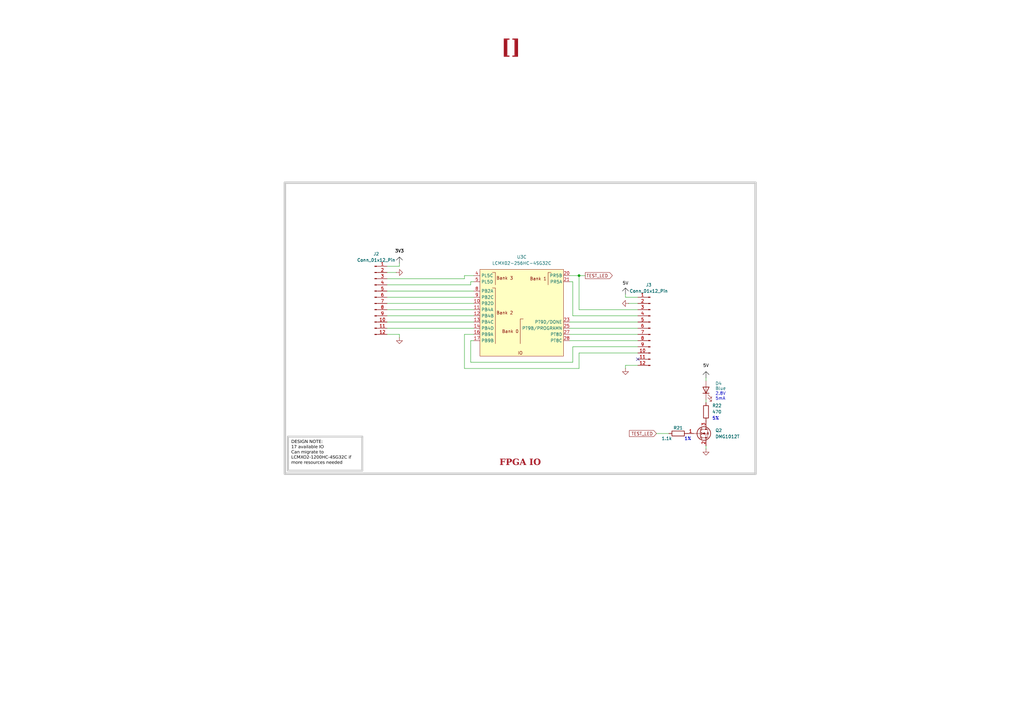
<source format=kicad_sch>
(kicad_sch (version 20250114) (generator "eeschema") (generator_version "9.0")
  (paper "A3")
  (title_block (title "Sheet Title A") (date "Last Modified Date") (rev "${REVISION}") (company "${COMPANY}"))
  (lib_symbols
    (symbol "0_FPGA:LCMX02-256HC-4SG32C"
      (property "Reference" "U" (at 10.668 16.51 0))
      (property "Value" "LCMX02-256HC-4SG32C" (at 0.254 -24.13 0))
      (symbol "LCMX02-256HC-4SG32C_1_1"
        (rectangle (start -10.16 15.24) (end 11.43 -22.86) (fill (type background)))
        (polyline (pts (xy -2.54 7.62) (xy -1.27 7.62) (xy -1.27 -11.43)))
        (text "Power" (at 0 -21.59 0) (effects (font (size 1.27 1.27))))
        (text "Bank VCCIO" (at 4.826 -1.27 0) (effects (font (size 1.27 1.27))))
        (pin power_in line (at -13.97 12.7 0) (length 3.81) (name "VCC") (number "2"))
        (pin power_in line (at -13.97 10.16 0) (length 3.81) (name "VCC") (number "18"))
        (pin power_in line (at -13.97 6.35 0) (length 3.81) (name "VCCIO3") (number "6"))
        (pin power_in line (at -13.97 2.54 0) (length 3.81) (name "VCCIO2") (number "7"))
        (pin power_in line (at -13.97 0 0) (length 3.81) (name "VCCIO2") (number "15"))
        (pin power_in line (at -13.97 -3.81 0) (length 3.81) (name "VCCIO1") (number "19"))
        (pin power_in line (at -13.97 -7.62 0) (length 3.81) (name "VCCIO0") (number "24"))
        (pin power_in line (at -13.97 -10.16 0) (length 3.81) (name "VCCIO0") (number "31"))
        (pin power_in line (at -13.97 -13.97 0) (length 3.81) (name "GND") (number "3"))
        (pin power_in line (at -13.97 -16.51 0) (length 3.81) (name "GND") (number "22"))
        (pin power_in line (at -13.97 -19.05 0) (length 3.81) (name "GND") (number "EP"))
      )
      (symbol "LCMX02-256HC-4SG32C_2_1"
        (rectangle (start -10.16 13.97) (end 11.43 -11.43) (fill (type background)))
        (text "JTAG Interface" (at 0.254 -9.906 0) (effects (font (size 1.27 1.27))))
        (text "Bank 0" (at 0.508 11.938 0) (effects (font (size 1.27 1.27))))
        (pin input line (at -12.7 7.62 0) (length 2.54) (name "JTAGENB/PT9A") (number "26"))
        (pin input line (at -12.7 3.81 0) (length 2.54) (name "TCK/PT7A") (number "30"))
        (pin input line (at -12.7 1.27 0) (length 2.54) (name "TDI/PT6D") (number "32"))
        (pin input line (at -12.7 -1.27 0) (length 2.54) (name "TMS/PT7B") (number "29"))
        (pin output line (at -12.7 -5.08 0) (length 2.54) (name "TDO/PT6C") (number "1"))
      )
      (symbol "LCMX02-256HC-4SG32C_3_1"
        (rectangle (start -16.51 17.78) (end 17.78 -17.78) (fill (type background)))
        (polyline (pts (xy -11.43 16.51) (xy -10.16 16.51) (xy -10.16 11.43)))
        (polyline (pts (xy -11.43 10.16) (xy -10.16 10.16) (xy -10.16 -12.7)))
        (polyline (pts (xy 1.27 -2.54) (xy 0 -2.54) (xy 0 -12.7)))
        (polyline (pts (xy 12.7 16.51) (xy 11.43 16.51) (xy 11.43 11.43)))
        (text "Bank 3" (at -6.35 14.224 0) (effects (font (size 1.27 1.27))))
        (text "Bank 2" (at -6.35 0 0) (effects (font (size 1.27 1.27))))
        (text "Bank 0" (at -4.064 -7.62 0) (effects (font (size 1.27 1.27))))
        (text "IO" (at 0 -16.51 0) (effects (font (size 1.27 1.27))))
        (text "Bank 1" (at 7.366 13.97 0) (effects (font (size 1.27 1.27))))
        (pin bidirectional line (at -19.05 15.24 0) (length 2.54) (name "PL5C") (number "4"))
        (pin bidirectional line (at -19.05 12.7 0) (length 2.54) (name "PL5D") (number "5"))
        (pin bidirectional line (at -19.05 8.89 0) (length 2.54) (name "PB2A") (number "8"))
        (pin bidirectional line (at -19.05 6.35 0) (length 2.54) (name "PB2C") (number "9"))
        (pin bidirectional line (at -19.05 3.81 0) (length 2.54) (name "PB2D") (number "10"))
        (pin bidirectional line (at -19.05 1.27 0) (length 2.54) (name "PB4A") (number "11"))
        (pin bidirectional line (at -19.05 -1.27 0) (length 2.54) (name "PB4B") (number "12"))
        (pin bidirectional line (at -19.05 -3.81 0) (length 2.54) (name "PB4C") (number "13"))
        (pin bidirectional line (at -19.05 -6.35 0) (length 2.54) (name "PB4D") (number "14"))
        (pin bidirectional line (at -19.05 -8.89 0) (length 2.54) (name "PB9A") (number "16"))
        (pin bidirectional line (at -19.05 -11.43 0) (length 2.54) (name "PB9B") (number "17"))
        (pin bidirectional line (at 20.32 15.24 180) (length 2.54) (name "PR5B") (number "20"))
        (pin bidirectional line (at 20.32 12.7 180) (length 2.54) (name "PR5A") (number "21"))
        (pin bidirectional line (at 20.32 -3.81 180) (length 2.54) (name "PT9D/DONE") (number "23"))
        (pin bidirectional line (at 20.32 -6.35 180) (length 2.54) (name "PT9B/PROGRAMN") (number "25"))
        (pin bidirectional line (at 20.32 -8.89 180) (length 2.54) (name "PT8D") (number "27"))
        (pin bidirectional line (at 20.32 -11.43 180) (length 2.54) (name "PT8C") (number "28"))
      )
    )
    (symbol "0_Power_Rails:3V3" (power) (in_bom no) (on_board no)
      (property "Value" "3V3" (at 0.254 4.318 0))
      (symbol "3V3_1_1"
        (polyline (pts (xy 0 0) (xy 0 2.54) (xy -1.27 1.27) (xy 0 2.54) (xy 1.27 1.27)) (stroke (width 0) (color 0 0 0 1)))
        (pin power_in line (at 0 0 90) (length 0) (hide yes) (name "") (number ""))
      )
    )
    (symbol "0_Power_Rails:5V" (power) (in_bom no) (on_board no)
      (property "Value" "5V" (at 0.254 4.318 0))
      (symbol "5V_1_1"
        (polyline (pts (xy 0 0) (xy 0 2.54) (xy -1.27 1.27) (xy 0 2.54) (xy 1.27 1.27)) (stroke (width 0) (color 0 0 0 1)))
        (pin power_in line (at 0 0 90) (length 0) (hide yes) (name "") (number ""))
      )
    )
    (symbol "Connector:Conn_01x12_Pin" (pin_names (offset 1.016) (hide yes))
      (property "Reference" "J" (at 0 15.24 0))
      (property "Value" "Conn_01x12_Pin" (at 0 -17.78 0))
      (symbol "Conn_01x12_Pin_1_1"
        (rectangle (start 0.8636 12.827) (end 0 12.573) (stroke (width 0.1524)) (fill (type outline)))
        (rectangle (start 0.8636 10.287) (end 0 10.033) (stroke (width 0.1524)) (fill (type outline)))
        (rectangle (start 0.8636 7.747) (end 0 7.493) (stroke (width 0.1524)) (fill (type outline)))
        (rectangle (start 0.8636 5.207) (end 0 4.953) (stroke (width 0.1524)) (fill (type outline)))
        (rectangle (start 0.8636 2.667) (end 0 2.413) (stroke (width 0.1524)) (fill (type outline)))
        (rectangle (start 0.8636 0.127) (end 0 -0.127) (stroke (width 0.1524)) (fill (type outline)))
        (rectangle (start 0.8636 -2.413) (end 0 -2.667) (stroke (width 0.1524)) (fill (type outline)))
        (rectangle (start 0.8636 -4.953) (end 0 -5.207) (stroke (width 0.1524)) (fill (type outline)))
        (rectangle (start 0.8636 -7.493) (end 0 -7.747) (stroke (width 0.1524)) (fill (type outline)))
        (rectangle (start 0.8636 -10.033) (end 0 -10.287) (stroke (width 0.1524)) (fill (type outline)))
        (rectangle (start 0.8636 -12.573) (end 0 -12.827) (stroke (width 0.1524)) (fill (type outline)))
        (rectangle (start 0.8636 -15.113) (end 0 -15.367) (stroke (width 0.1524)) (fill (type outline)))
        (polyline (pts (xy 1.27 12.7) (xy 0.8636 12.7)) (stroke (width 0.1524)))
        (polyline (pts (xy 1.27 10.16) (xy 0.8636 10.16)) (stroke (width 0.1524)))
        (polyline (pts (xy 1.27 7.62) (xy 0.8636 7.62)) (stroke (width 0.1524)))
        (polyline (pts (xy 1.27 5.08) (xy 0.8636 5.08)) (stroke (width 0.1524)))
        (polyline (pts (xy 1.27 2.54) (xy 0.8636 2.54)) (stroke (width 0.1524)))
        (polyline (pts (xy 1.27 0) (xy 0.8636 0)) (stroke (width 0.1524)))
        (polyline (pts (xy 1.27 -2.54) (xy 0.8636 -2.54)) (stroke (width 0.1524)))
        (polyline (pts (xy 1.27 -5.08) (xy 0.8636 -5.08)) (stroke (width 0.1524)))
        (polyline (pts (xy 1.27 -7.62) (xy 0.8636 -7.62)) (stroke (width 0.1524)))
        (polyline (pts (xy 1.27 -10.16) (xy 0.8636 -10.16)) (stroke (width 0.1524)))
        (polyline (pts (xy 1.27 -12.7) (xy 0.8636 -12.7)) (stroke (width 0.1524)))
        (polyline (pts (xy 1.27 -15.24) (xy 0.8636 -15.24)) (stroke (width 0.1524)))
        (pin passive line (at 5.08 12.7 180) (length 3.81) (name "Pin_1") (number "1"))
        (pin passive line (at 5.08 10.16 180) (length 3.81) (name "Pin_2") (number "2"))
        (pin passive line (at 5.08 7.62 180) (length 3.81) (name "Pin_3") (number "3"))
        (pin passive line (at 5.08 5.08 180) (length 3.81) (name "Pin_4") (number "4"))
        (pin passive line (at 5.08 2.54 180) (length 3.81) (name "Pin_5") (number "5"))
        (pin passive line (at 5.08 0 180) (length 3.81) (name "Pin_6") (number "6"))
        (pin passive line (at 5.08 -2.54 180) (length 3.81) (name "Pin_7") (number "7"))
        (pin passive line (at 5.08 -5.08 180) (length 3.81) (name "Pin_8") (number "8"))
        (pin passive line (at 5.08 -7.62 180) (length 3.81) (name "Pin_9") (number "9"))
        (pin passive line (at 5.08 -10.16 180) (length 3.81) (name "Pin_10") (number "10"))
        (pin passive line (at 5.08 -12.7 180) (length 3.81) (name "Pin_11") (number "11"))
        (pin passive line (at 5.08 -15.24 180) (length 3.81) (name "Pin_12") (number "12"))
      )
    )
    (symbol "Device:LED" (pin_numbers (hide yes)) (pin_names (offset 1.016) (hide yes))
      (property "Reference" "D" (at 0 2.54 0))
      (property "Value" "LED" (at 0 -2.54 0))
      (symbol "LED_0_1"
        (polyline (pts (xy -3.048 -0.762) (xy -4.572 -2.286) (xy -3.81 -2.286) (xy -4.572 -2.286) (xy -4.572 -1.524)))
        (polyline (pts (xy -1.778 -0.762) (xy -3.302 -2.286) (xy -2.54 -2.286) (xy -3.302 -2.286) (xy -3.302 -1.524)))
        (polyline (pts (xy -1.27 0) (xy 1.27 0)))
        (polyline (pts (xy -1.27 -1.27) (xy -1.27 1.27)) (stroke (width 0.254)))
        (polyline (pts (xy 1.27 -1.27) (xy 1.27 1.27) (xy -1.27 0) (xy 1.27 -1.27)) (stroke (width 0.254)))
      )
      (symbol "LED_1_1"
        (pin passive line (at -3.81 0 0) (length 2.54) (name "K") (number "1"))
        (pin passive line (at 3.81 0 180) (length 2.54) (name "A") (number "2"))
      )
    )
    (symbol "Device:R" (pin_numbers (hide yes)) (pin_names (offset 0))
      (property "Reference" "R" (at 2.032 0 90))
      (property "Value" "R" (at 0 0 90))
      (symbol "R_0_1"
        (rectangle (start -1.016 -2.54) (end 1.016 2.54) (stroke (width 0.254)))
      )
      (symbol "R_1_1"
        (pin passive line (at 0 3.81 270) (length 1.27) (name "~") (number "1"))
        (pin passive line (at 0 -3.81 90) (length 1.27) (name "~") (number "2"))
      )
    )
    (symbol "Transistor_FET:Q_NMOS_GSD" (pin_names (offset 0) (hide yes))
      (property "Reference" "Q" (at 5.08 1.905 0))
      (property "Value" "Q_NMOS_GSD" (at 5.08 0 0))
      (symbol "Q_NMOS_GSD_0_1"
        (polyline (pts (xy 0.254 1.905) (xy 0.254 -1.905)) (stroke (width 0.254)))
        (polyline (pts (xy 0.254 0) (xy -2.54 0)))
        (polyline (pts (xy 0.762 2.286) (xy 0.762 1.27)) (stroke (width 0.254)))
        (polyline (pts (xy 0.762 0.508) (xy 0.762 -0.508)) (stroke (width 0.254)))
        (polyline (pts (xy 0.762 -1.27) (xy 0.762 -2.286)) (stroke (width 0.254)))
        (polyline (pts (xy 0.762 -1.778) (xy 3.302 -1.778) (xy 3.302 1.778) (xy 0.762 1.778)))
        (polyline (pts (xy 1.016 0) (xy 2.032 0.381) (xy 2.032 -0.381) (xy 1.016 0)) (fill (type outline)))
        (circle (center 1.651 0) (radius 2.794) (stroke (width 0.254)))
        (polyline (pts (xy 2.54 2.54) (xy 2.54 1.778)))
        (circle (center 2.54 1.778) (radius 0.254) (fill (type outline)))
        (circle (center 2.54 -1.778) (radius 0.254) (fill (type outline)))
        (polyline (pts (xy 2.54 -2.54) (xy 2.54 0) (xy 0.762 0)))
        (polyline (pts (xy 2.921 0.381) (xy 3.683 0.381)))
        (polyline (pts (xy 3.302 0.381) (xy 2.921 -0.254) (xy 3.683 -0.254) (xy 3.302 0.381)))
      )
      (symbol "Q_NMOS_GSD_1_1"
        (pin input line (at -5.08 0 0) (length 2.54) (name "G") (number "1"))
        (pin passive line (at 2.54 5.08 270) (length 2.54) (name "D") (number "3"))
        (pin passive line (at 2.54 -5.08 90) (length 2.54) (name "S") (number "2"))
      )
    )
    (symbol "power:GND" (power) (pin_numbers (hide yes)) (pin_names (offset 0) (hide yes))
      (property "Value" "GND" (at 0 -3.81 0))
      (symbol "GND_0_1"
        (polyline (pts (xy 0 0) (xy 0 -1.27) (xy 1.27 -1.27) (xy 0 -2.54) (xy -1.27 -1.27) (xy 0 -1.27)))
      )
      (symbol "GND_1_1"
        (pin power_in line (at 0 0 270) (length 0) (name "~") (number "1"))
      )
    )
  )
  (rectangle (start 116.84 74.93) (end 309.88 194.31) (stroke (width 1) (color 200 200 200 1)))
  (text_box "DESIGN NOTE:\n17 available IO\nCan migrate to LCMXO2-1200HC-4SG32C if more resources needed" (at 118.11 179.07 0) (size 30.48 13.97) (margins 1.3525 1.3525 1.3525 1.3525) (stroke (width 0.8) (color 200 200 200 1)) (effects (font (size 1.27 1.27)) (justify left top)))
  (text_box "[${#}] ${SHEETNAME}" (at 12.7 12.7 0) (size 393.7 13.97) (margins 4.4999 4.4999 4.4999 4.4999) (stroke (width -0.0001)) (effects (font (size 6 6) (thickness 1.2) (bold yes))))
  (text_box "FPGA IO" (at 118.11 185.42 0) (size 190.5 7.62) (margins 1.9049 1.9049 1.9049 1.9049) (stroke (width -0.0001)) (effects (font (size 2.54 2.54) (thickness 0.508) (bold yes)) (justify bottom)))
  (junction (at 237.49 113.03))
  (no_connect (at 261.62 147.32))
  (wire (pts (xy 237.49 144.78) (xy 261.62 144.78)))
  (wire (pts (xy 233.68 113.03) (xy 237.49 113.03)))
  (wire (pts (xy 190.5 114.3) (xy 190.5 113.03)))
  (wire (pts (xy 158.75 127) (xy 194.31 127)))
  (wire (pts (xy 158.75 121.92) (xy 194.31 121.92)))
  (wire (pts (xy 193.04 115.57) (xy 194.31 115.57)))
  (wire (pts (xy 289.56 154.94) (xy 289.56 156.21)))
  (wire (pts (xy 194.31 137.16) (xy 190.5 137.16)))
  (wire (pts (xy 193.04 116.84) (xy 193.04 115.57)))
  (wire (pts (xy 234.95 115.57) (xy 234.95 129.54)))
  (wire (pts (xy 158.75 116.84) (xy 193.04 116.84)))
  (wire (pts (xy 158.75 111.76) (xy 162.56 111.76)))
  (wire (pts (xy 190.5 113.03) (xy 194.31 113.03)))
  (wire (pts (xy 193.04 148.59) (xy 234.95 148.59)))
  (wire (pts (xy 158.75 134.62) (xy 194.31 134.62)))
  (wire (pts (xy 233.68 139.7) (xy 261.62 139.7)))
  (wire (pts (xy 190.5 137.16) (xy 190.5 151.13)))
  (wire (pts (xy 233.68 115.57) (xy 234.95 115.57)))
  (wire (pts (xy 289.56 163.83) (xy 289.56 165.1)))
  (wire (pts (xy 237.49 151.13) (xy 237.49 144.78)))
  (wire (pts (xy 158.75 114.3) (xy 190.5 114.3)))
  (wire (pts (xy 257.81 124.46) (xy 261.62 124.46)))
  (wire (pts (xy 194.31 139.7) (xy 193.04 139.7)))
  (wire (pts (xy 289.56 184.15) (xy 289.56 182.88)))
  (wire (pts (xy 163.83 137.16) (xy 163.83 138.43)))
  (wire (pts (xy 234.95 129.54) (xy 261.62 129.54)))
  (wire (pts (xy 256.54 149.86) (xy 261.62 149.86)))
  (wire (pts (xy 158.75 132.08) (xy 194.31 132.08)))
  (wire (pts (xy 158.75 119.38) (xy 194.31 119.38)))
  (wire (pts (xy 163.83 107.95) (xy 163.83 109.22)))
  (wire (pts (xy 233.68 132.08) (xy 261.62 132.08)))
  (wire (pts (xy 234.95 142.24) (xy 261.62 142.24)))
  (wire (pts (xy 269.24 177.8) (xy 274.32 177.8)))
  (wire (pts (xy 256.54 121.92) (xy 256.54 120.65)))
  (wire (pts (xy 234.95 148.59) (xy 234.95 142.24)))
  (wire (pts (xy 158.75 129.54) (xy 194.31 129.54)))
  (wire (pts (xy 261.62 121.92) (xy 256.54 121.92)))
  (wire (pts (xy 233.68 137.16) (xy 261.62 137.16)))
  (wire (pts (xy 190.5 151.13) (xy 237.49 151.13)))
  (wire (pts (xy 237.49 127) (xy 261.62 127)))
  (wire (pts (xy 256.54 151.13) (xy 256.54 149.86)))
  (wire (pts (xy 158.75 137.16) (xy 163.83 137.16)))
  (wire (pts (xy 237.49 113.03) (xy 237.49 127)))
  (wire (pts (xy 193.04 139.7) (xy 193.04 148.59)))
  (wire (pts (xy 158.75 124.46) (xy 194.31 124.46)))
  (wire (pts (xy 237.49 113.03) (xy 240.03 113.03)))
  (wire (pts (xy 233.68 134.62) (xy 261.62 134.62)))
  (wire (pts (xy 163.83 109.22) (xy 158.75 109.22)))
  (global_label "TEST_LED" (shape output) (at 240.03 113.03 0) (property "Intersheetrefs" "${INTERSHEET_REFS}" (effects (hide yes))))
  (global_label "TEST_LED" (shape input) (at 269.24 177.8 180) (property "Intersheetrefs" "${INTERSHEET_REFS}" (effects (hide yes))))
  (symbol (lib_id "power:GND") (at 257.81 124.46 270) (unit 1)
    (property "Reference" "#PWR0133" (effects (hide yes)))
    (property "Value" "GND" (effects (hide yes)))
    (property "Description" "Power symbol creates a global label with name \"GND\" , ground" (effects (hide yes)))
  )
  (symbol (lib_id "power:GND") (at 289.56 184.15 0) (unit 1)
    (property "Reference" "#PWR0128" (effects (hide yes)))
    (property "Value" "GND" (effects (hide yes)))
    (property "Description" "Power symbol creates a global label with name \"GND\" , ground" (effects (hide yes)))
  )
  (symbol (lib_id "power:GND") (at 163.83 138.43 0) (unit 1)
    (property "Reference" "#PWR0129" (effects (hide yes)))
    (property "Value" "GND" (effects (hide yes)))
    (property "Description" "Power symbol creates a global label with name \"GND\" , ground" (effects (hide yes)))
  )
  (symbol (lib_id "Device:LED") (at 289.56 160.02 90) (unit 1)
    (property "Reference" "D4" (at 293.37 157.2894 90) (effects (justify right)))
    (property "Value" "Blue" (at 293.37 159.258 90) (effects (justify right)))
    (property "Footprint" "0_LED:LED_0603_1608Metric" (effects (hide yes)))
    (property "Description" "Blue 470nm LED Indication - Discrete 2.8V 0603 (1608 Metric)" (effects (hide yes)))
    (property "Sim.Pins" "1=K 2=A" (effects (hide yes)))
    (property "Link" "https://www.digikey.com/en/products/detail/liteon/LTST-C193TBKT-5A/2053656" (effects (hide yes)))
    (property "Part Number" "LTST-C193TBKT-5A" (effects (hide yes)))
    (property "Vf" "2.8V" (at 293.37 161.29 90) (effects (justify right)))
    (property "I" "5mA" (at 293.37 163.322 90) (effects (justify right)))
  )
  (symbol (lib_id "0_Power_Rails:3V3") (at 256.54 120.65 0) (unit 1) (in_bom no) (on_board no)
    (property "Reference" "#PWR0132" (effects (hide yes)))
    (property "Value" "5V" (at 256.54 116.078 0) (effects (font (thickness 0.1588))))
  )
  (symbol (lib_id "0_Power_Rails:5V") (at 289.56 154.94 0) (unit 1) (in_bom no) (on_board no)
    (property "Reference" "#PWR0127" (effects (hide yes)))
    (property "Value" "5V" (at 289.56 149.86 0) (effects (font (thickness 0.1588))))
  )
  (symbol (lib_id "0_Power_Rails:3V3") (at 163.83 107.95 0) (unit 1) (in_bom no) (on_board no)
    (property "Reference" "#PWR0131" (effects (hide yes)))
    (property "Value" "3V3" (at 163.83 102.87 0) (effects (font (thickness 0.1588))))
  )
  (symbol (lib_id "power:GND") (at 256.54 151.13 0) (unit 1)
    (property "Reference" "#PWR0134" (effects (hide yes)))
    (property "Value" "GND" (effects (hide yes)))
    (property "Description" "Power symbol creates a global label with name \"GND\" , ground" (effects (hide yes)))
  )
  (symbol (lib_id "0_FPGA:LCMX02-256HC-4SG32C") (at 213.36 128.27 0) (unit 3)
    (property "Reference" "U3" (at 213.995 105.41 0))
    (property "Value" "LCMX02-256HC-4SG32C" (at 213.995 107.95 0))
    (property "Footprint" "0_FPGA:kicad_QFN-32-1EP_5x5mm_P0.5mm_EP3.2x3.2mm" (effects (hide yes)))
    (property "Datasheet" "kicad-embed://FPGA-DS-02056-4-6-MachXO2-Family-Data-Sheet.pdf" (effects (hide yes)))
    (property "Description" "MachXO2 Field Programmable Gate Array (FPGA) IC 21 256 32-UFQFN Exposed Pad" (effects (hide yes)))
    (property "Link" "https://www.digikey.com/en/products/detail/lattice-semiconductor-corporation/lcmxo2-256hc-4sg32c/3232671" (effects (hide yes)))
    (property "Part Number" "LCMXO2-256HC-4SG32C" (effects (hide yes)))
  )
  (symbol (lib_id "Connector:Conn_01x12_Pin") (at 266.7 134.62 0) (mirror y) (unit 1)
    (property "Reference" "J3" (at 266.065 116.84 0))
    (property "Value" "Conn_01x12_Pin" (at 266.065 119.38 0))
    (property "Footprint" "Connector_PinHeader_2.54mm:PinHeader_1x12_P2.54mm_Vertical" (effects (hide yes)))
    (property "Description" "Connector Header Through Hole 12 position 0.100\" (2.54mm)" (effects (hide yes)))
    (property "Link" "https://www.digikey.com/en/products/detail/molex/0022032121/26643" (effects (hide yes)))
    (property "Part Number" "0022032121" (effects (hide yes)))
  )
  (symbol (lib_id "Device:R") (at 278.13 177.8 90) (unit 1)
    (property "Reference" "R21" (at 278.13 175.514 90))
    (property "Value" "1.1k" (at 275.59 179.832 90) (effects (justify left)))
    (property "Footprint" "Resistor_SMD:R_0402_1005Metric" (effects (hide yes)))
    (property "Description" "1.1 kOhms ±1% 0.063W, 1/16W Chip Resistor 0402 (1005 Metric) Moisture Resistant Thick Film" (effects (hide yes)))
    (property "Tolerance" "1%" (at 280.67 179.832 90) (effects (justify right)))
    (property "Link" "https://www.digikey.com/en/products/detail/yageo/RC0402FR-071K1L/726516" (effects (hide yes)))
    (property "Part Number" "RC0402FR-071K1L" (effects (hide yes)))
  )
  (symbol (lib_id "Device:R") (at 289.56 168.91 0) (unit 1)
    (property "Reference" "R22" (at 292.1 166.37 0) (effects (justify left)))
    (property "Value" "470" (at 292.1 168.91 0) (effects (justify left)))
    (property "Footprint" "Resistor_SMD:R_0402_1005Metric" (effects (hide yes)))
    (property "Description" "470 Ohms ±1% 0.063W, 1/16W Chip Resistor 0402 (1005 Metric) Moisture Resistant Thick Film" (effects (hide yes)))
    (property "Tolerance" "5%" (at 292.1 171.45 0) (effects (justify left)))
    (property "Link" "https://www.digikey.com/en/products/detail/yageo/RC0402FR-07470RL/726619" (effects (hide yes)))
    (property "Part Number" "RC0402FR-07470RL" (effects (hide yes)))
  )
  (symbol (lib_id "Transistor_FET:Q_NMOS_GSD") (at 287.02 177.8 0) (unit 1)
    (property "Reference" "Q2" (at 293.37 176.5299 0) (effects (justify left)))
    (property "Value" "DMG1012T" (at 293.37 179.0699 0) (effects (justify left)))
    (property "Footprint" "0_FET:SOT-523" (effects (hide yes)))
    (property "Datasheet" "kicad-embed://DMG1012T.pdf" (effects (hide yes)))
    (property "Description" "N-Channel 20 V 630mA (Ta) 280mW (Ta) Surface Mount SOT-523" (effects (hide yes)))
    (property "Link" "https://www.digikey.com/en/products/detail/diodes-incorporated/DMG1012T-7/2174582" (effects (hide yes)))
    (property "Part Number" "DMG1012T-7" (effects (hide yes)))
  )
  (symbol (lib_id "power:GND") (at 162.56 111.76 90) (mirror x) (unit 1)
    (property "Reference" "#PWR0130" (effects (hide yes)))
    (property "Value" "GND" (effects (hide yes)))
    (property "Description" "Power symbol creates a global label with name \"GND\" , ground" (effects (hide yes)))
  )
  (symbol (lib_id "Connector:Conn_01x12_Pin") (at 153.67 121.92 0) (unit 1)
    (property "Reference" "J2" (at 154.305 104.14 0))
    (property "Value" "Conn_01x12_Pin" (at 154.305 106.68 0))
    (property "Footprint" "Connector_PinHeader_2.54mm:PinHeader_1x12_P2.54mm_Vertical" (effects (hide yes)))
    (property "Description" "Connector Header Through Hole 12 position 0.100\" (2.54mm)" (effects (hide yes)))
    (property "Link" "https://www.digikey.com/en/products/detail/molex/0022032121/26643" (effects (hide yes)))
    (property "Part Number" "0022032121" (effects (hide yes)))
  )
)
</source>
